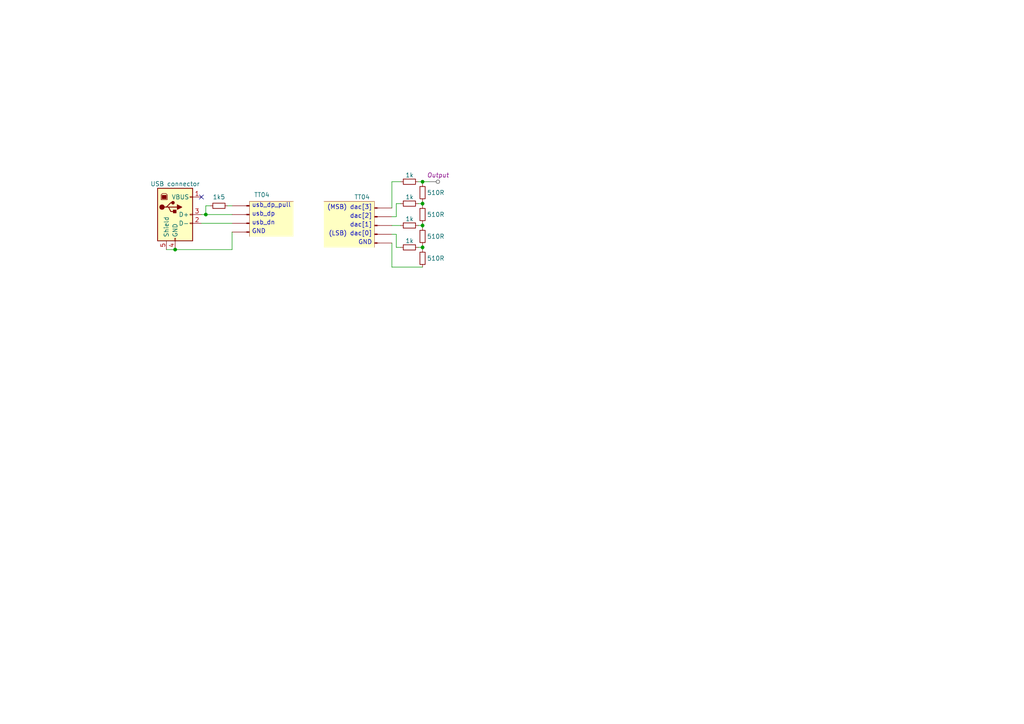
<source format=kicad_sch>
(kicad_sch (version 20230121) (generator eeschema)
  (paper "A4")
  (lib_symbols
    (symbol "Connector:Conn_01x04_Pin" (pin_numbers hide) (pin_names (offset 1.016) hide)
      (property "Reference" "J" (at 0 5.08 0))
      (property "Value" "Conn_01x04_Pin" (at 0 -7.62 0))
      (symbol "Conn_01x04_Pin_1_1"
        (polyline (pts (xy 1.27 -5.08) (xy 0.8636 -5.08)) (stroke (width 0.1524)))
        (polyline (pts (xy 1.27 -2.54) (xy 0.8636 -2.54)) (stroke (width 0.1524)))
        (polyline (pts (xy 1.27 0) (xy 0.8636 0)) (stroke (width 0.1524)))
        (polyline (pts (xy 1.27 2.54) (xy 0.8636 2.54)) (stroke (width 0.1524)))
        (rectangle (start 0.8636 -4.953) (end 0 -5.207) (stroke (width 0.1524)) (fill (type outline)))
        (rectangle (start 0.8636 -2.413) (end 0 -2.667) (stroke (width 0.1524)) (fill (type outline)))
        (rectangle (start 0.8636 0.127) (end 0 -0.127) (stroke (width 0.1524)) (fill (type outline)))
        (rectangle (start 0.8636 2.667) (end 0 2.413) (stroke (width 0.1524)) (fill (type outline)))
        (pin passive line (at 5.08 2.54 180) (length 3.81) (name "Pin_1") (number "1"))
        (pin passive line (at 5.08 0 180) (length 3.81) (name "Pin_2") (number "2"))
        (pin passive line (at 5.08 -2.54 180) (length 3.81) (name "Pin_3") (number "3"))
        (pin passive line (at 5.08 -5.08 180) (length 3.81) (name "Pin_4") (number "4"))
      )
    )
    (symbol "Connector:Conn_01x05_Pin" (pin_numbers hide) (pin_names (offset 1.016) hide)
      (property "Reference" "J" (at 0 7.62 0))
      (property "Value" "Conn_01x05_Pin" (at 0 -7.62 0))
      (symbol "Conn_01x05_Pin_1_1"
        (polyline (pts (xy 1.27 -5.08) (xy 0.8636 -5.08)) (stroke (width 0.1524)))
        (polyline (pts (xy 1.27 -2.54) (xy 0.8636 -2.54)) (stroke (width 0.1524)))
        (polyline (pts (xy 1.27 0) (xy 0.8636 0)) (stroke (width 0.1524)))
        (polyline (pts (xy 1.27 2.54) (xy 0.8636 2.54)) (stroke (width 0.1524)))
        (polyline (pts (xy 1.27 5.08) (xy 0.8636 5.08)) (stroke (width 0.1524)))
        (rectangle (start 0.8636 -4.953) (end 0 -5.207) (stroke (width 0.1524)) (fill (type outline)))
        (rectangle (start 0.8636 -2.413) (end 0 -2.667) (stroke (width 0.1524)) (fill (type outline)))
        (rectangle (start 0.8636 0.127) (end 0 -0.127) (stroke (width 0.1524)) (fill (type outline)))
        (rectangle (start 0.8636 2.667) (end 0 2.413) (stroke (width 0.1524)) (fill (type outline)))
        (rectangle (start 0.8636 5.207) (end 0 4.953) (stroke (width 0.1524)) (fill (type outline)))
        (pin passive line (at 5.08 5.08 180) (length 3.81) (name "Pin_1") (number "1"))
        (pin passive line (at 5.08 2.54 180) (length 3.81) (name "Pin_2") (number "2"))
        (pin passive line (at 5.08 0 180) (length 3.81) (name "Pin_3") (number "3"))
        (pin passive line (at 5.08 -2.54 180) (length 3.81) (name "Pin_4") (number "4"))
        (pin passive line (at 5.08 -5.08 180) (length 3.81) (name "Pin_5") (number "5"))
      )
    )
    (symbol "Connector:USB_B" (pin_names (offset 1.016))
      (property "Reference" "J" (at -5.08 11.43 0))
      (property "Value" "USB_B" (at -5.08 8.89 0))
      (symbol "USB_B_0_1"
        (rectangle (start -5.08 -7.62) (end 5.08 7.62) (stroke (width 0.254)) (fill (type background)))
        (circle (center -3.81 2.159) (radius 0.635) (stroke (width 0.254)) (fill (type outline)))
        (rectangle (start -3.81 5.588) (end -2.54 4.572) (fill (type outline)))
        (circle (center -0.635 3.429) (radius 0.381) (stroke (width 0.254)) (fill (type outline)))
        (rectangle (start -0.127 -7.62) (end 0.127 -6.858))
        (polyline (pts (xy -1.905 2.159) (xy 0.635 2.159)) (stroke (width 0.254)))
        (polyline (pts (xy -3.175 2.159) (xy -2.54 2.159) (xy -1.27 3.429) (xy -0.635 3.429)) (stroke (width 0.254)))
        (polyline (pts (xy -2.54 2.159) (xy -1.905 2.159) (xy -1.27 0.889) (xy 0 0.889)) (stroke (width 0.254)))
        (polyline (pts (xy 0.635 2.794) (xy 0.635 1.524) (xy 1.905 2.159) (xy 0.635 2.794)) (stroke (width 0.254)) (fill (type outline)))
        (polyline (pts (xy -4.064 4.318) (xy -2.286 4.318) (xy -2.286 5.715) (xy -2.667 6.096) (xy -3.683 6.096) (xy -4.064 5.715) (xy -4.064 4.318)))
        (rectangle (start 0.254 1.27) (end -0.508 0.508) (stroke (width 0.254)) (fill (type outline)))
        (rectangle (start 5.08 -2.667) (end 4.318 -2.413))
        (rectangle (start 5.08 -0.127) (end 4.318 0.127))
        (rectangle (start 5.08 4.953) (end 4.318 5.207))
      )
      (symbol "USB_B_1_1"
        (pin power_out line (at 7.62 5.08 180) (length 2.54) (name "VBUS") (number "1"))
        (pin bidirectional line (at 7.62 -2.54 180) (length 2.54) (name "D-") (number "2"))
        (pin bidirectional line (at 7.62 0 180) (length 2.54) (name "D+") (number "3"))
        (pin power_out line (at 0 -10.16 90) (length 2.54) (name "GND") (number "4"))
        (pin passive line (at -2.54 -10.16 90) (length 2.54) (name "Shield") (number "5"))
      )
    )
    (symbol "Device:R_Small" (pin_numbers hide) (pin_names (offset 0.254) hide)
      (property "Reference" "R" (at 0.762 0.508 0))
      (property "Value" "R_Small" (at 0.762 -1.016 0))
      (symbol "R_Small_0_1"
        (rectangle (start -0.762 1.778) (end 0.762 -1.778) (stroke (width 0.2032)))
      )
      (symbol "R_Small_1_1"
        (pin passive line (at 0 2.54 270) (length 0.762) (name "~") (number "1"))
        (pin passive line (at 0 -2.54 90) (length 0.762) (name "~") (number "2"))
      )
    )
  )
  (junction (at 59.69 62.23))
  (junction (at 122.555 59.055))
  (junction (at 50.8 72.39))
  (junction (at 122.555 65.405))
  (junction (at 122.555 52.705))
  (junction (at 122.555 71.755))
  (no_connect (at 58.42 57.15))
  (wire (pts (xy 66.04 59.69) (xy 67.31 59.69)))
  (wire (pts (xy 122.555 52.705) (xy 124.46 52.705)))
  (wire (pts (xy 122.555 71.12) (xy 122.555 71.755)))
  (wire (pts (xy 113.665 65.405) (xy 116.205 65.405)))
  (wire (pts (xy 59.69 59.69) (xy 59.69 62.23)))
  (wire (pts (xy 113.665 77.47) (xy 122.555 77.47)))
  (wire (pts (xy 114.935 67.945) (xy 114.935 71.755)))
  (wire (pts (xy 58.42 64.77) (xy 67.31 64.77)))
  (polyline (pts (xy 108.585 58.42) (xy 93.98 58.42)) (stroke (width 0) (color 132 0 0 1)))
  (wire (pts (xy 114.935 71.755) (xy 116.205 71.755)))
  (wire (pts (xy 113.665 52.705) (xy 116.205 52.705)))
  (polyline (pts (xy 72.39 58.42) (xy 85.09 58.42)) (stroke (width 0) (color 132 0 0 1)))
  (wire (pts (xy 113.665 70.485) (xy 113.665 77.47)))
  (wire (pts (xy 122.555 65.405) (xy 122.555 66.04)))
  (wire (pts (xy 67.31 67.31) (xy 67.31 72.39)))
  (wire (pts (xy 58.42 62.23) (xy 59.69 62.23)))
  (wire (pts (xy 60.96 59.69) (xy 59.69 59.69)))
  (wire (pts (xy 121.285 59.055) (xy 122.555 59.055)))
  (polyline (pts (xy 72.39 68.58) (xy 72.39 58.42)) (stroke (width 0) (color 132 0 0 1)))
  (polyline (pts (xy 108.585 71.755) (xy 108.585 58.42)) (stroke (width 0) (color 132 0 0 1)))
  (wire (pts (xy 48.26 72.39) (xy 50.8 72.39)))
  (wire (pts (xy 122.555 52.705) (xy 122.555 53.34)))
  (wire (pts (xy 113.665 62.865) (xy 114.935 62.865)))
  (wire (pts (xy 121.285 71.755) (xy 122.555 71.755)))
  (wire (pts (xy 122.555 58.42) (xy 122.555 59.055)))
  (wire (pts (xy 122.555 59.055) (xy 122.555 59.69)))
  (wire (pts (xy 122.555 71.755) (xy 122.555 72.39)))
  (wire (pts (xy 50.8 72.39) (xy 67.31 72.39)))
  (wire (pts (xy 114.935 59.055) (xy 116.205 59.055)))
  (wire (pts (xy 113.665 67.945) (xy 114.935 67.945)))
  (wire (pts (xy 122.555 64.77) (xy 122.555 65.405)))
  (wire (pts (xy 59.69 62.23) (xy 67.31 62.23)))
  (wire (pts (xy 121.285 52.705) (xy 122.555 52.705)))
  (wire (pts (xy 114.935 62.865) (xy 114.935 59.055)))
  (wire (pts (xy 121.285 65.405) (xy 122.555 65.405)))
  (wire (pts (xy 113.665 60.325) (xy 113.665 52.705)))
  (rectangle (start 93.98 58.42) (end 108.585 71.755) (stroke (width 0.0001) (color 255 255 194 1)) (fill (type color) (color 255 255 194 1)))
  (rectangle (start 72.39 58.42) (end 85.09 68.58) (stroke (width 0.0001) (color 255 255 194 1)) (fill (type color) (color 255 255 194 1)))
  (text "GND" (at 107.95 71.12 0) (effects (font (size 1.27 1.27)) (justify right bottom)))
  (text "usb_dp_pull" (at 73.025 60.325 0) (effects (font (size 1.27 1.27)) (justify left bottom)))
  (text "dac[1]" (at 107.95 66.04 0) (effects (font (size 1.27 1.27)) (justify right bottom)))
  (text "dac[2]" (at 107.95 63.5 0) (effects (font (size 1.27 1.27)) (justify right bottom)))
  (text "usb_dp" (at 73.025 62.865 0) (effects (font (size 1.27 1.27)) (justify left bottom)))
  (text "(LSB) dac[0]" (at 107.95 68.58 0) (effects (font (size 1.27 1.27)) (justify right bottom)))
  (text "usb_dn" (at 73.025 65.405 0) (effects (font (size 1.27 1.27)) (justify left bottom)))
  (text "(MSB) dac[3]" (at 107.95 60.96 0) (effects (font (size 1.27 1.27)) (justify right bottom)))
  (text "GND" (at 73.025 67.945 0) (effects (font (size 1.27 1.27)) (justify left bottom)))
  (netclass_flag "" (length 2.54) (shape round) (at 124.46 52.705 270) (property "Netclass" "Output" (at 123.825 50.8 0) (effects (font italic) (justify left))))
  (symbol (lib_id "Device:R_Small") (at 122.555 68.58 0) (unit 1)
    (property "Reference" "R5" (effects hide))
    (property "Value" "510R" (at 123.825 68.58 0) (effects (justify left)))
  )
  (symbol (lib_id "Device:R_Small") (at 118.745 65.405 90) (unit 1)
    (property "Reference" "R4" (effects hide))
    (property "Value" "1k" (at 120.015 63.5 90) (effects (justify left)))
  )
  (symbol (lib_id "Device:R_Small") (at 122.555 55.88 0) (unit 1)
    (property "Reference" "R9" (effects hide))
    (property "Value" "510R" (at 123.825 55.88 0) (effects (justify left)))
  )
  (symbol (lib_id "Device:R_Small") (at 122.555 62.23 0) (unit 1)
    (property "Reference" "R8" (effects hide))
    (property "Value" "510R" (at 123.825 62.23 0) (effects (justify left)))
  )
  (symbol (lib_id "Connector:Conn_01x05_Pin") (at 108.585 65.405 0) (unit 1)
    (property "Reference" "J3" (effects hide))
    (property "Value" "TT04" (at 107.315 57.15 0) (effects (justify right)))
  )
  (symbol (lib_id "Device:R_Small") (at 118.745 71.755 90) (unit 1)
    (property "Reference" "R3" (effects hide))
    (property "Value" "1k" (at 120.015 69.85 90) (effects (justify left)))
  )
  (symbol (lib_id "Connector:Conn_01x04_Pin") (at 72.39 62.23 0) (mirror y) (unit 1)
    (property "Reference" "J2" (effects hide))
    (property "Value" "TT04" (at 73.66 56.515 0) (effects (justify right)))
  )
  (symbol (lib_id "Connector:USB_B") (at 50.8 62.23 0) (unit 1)
    (property "Reference" "J1" (effects hide))
    (property "Value" "USB connector" (at 50.8 53.34 0))
    (property "Datasheet" " ~" (effects hide))
  )
  (symbol (lib_id "Device:R_Small") (at 63.5 59.69 90) (unit 1)
    (property "Reference" "R1" (effects hide))
    (property "Value" "1k5" (at 63.5 57.15 90))
  )
  (symbol (lib_id "Device:R_Small") (at 118.745 52.705 90) (unit 1)
    (property "Reference" "R6" (effects hide))
    (property "Value" "1k" (at 120.015 50.8 90) (effects (justify left)))
  )
  (symbol (lib_id "Device:R_Small") (at 118.745 59.055 90) (unit 1)
    (property "Reference" "R7" (effects hide))
    (property "Value" "1k" (at 120.015 57.15 90) (effects (justify left)))
  )
  (symbol (lib_id "Device:R_Small") (at 122.555 74.93 0) (unit 1)
    (property "Reference" "R2" (effects hide))
    (property "Value" "510R" (at 123.825 74.93 0) (effects (justify left)))
  )
)
</source>
